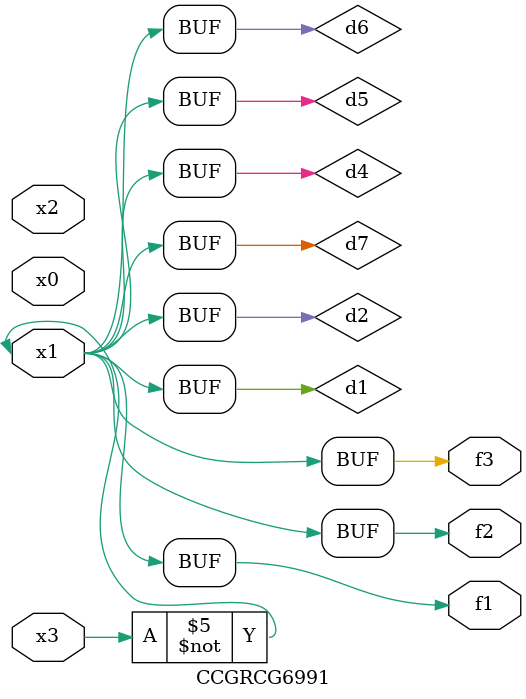
<source format=v>
module CCGRCG6991(
	input x0, x1, x2, x3,
	output f1, f2, f3
);

	wire d1, d2, d3, d4, d5, d6, d7;

	not (d1, x3);
	buf (d2, x1);
	xnor (d3, d1, d2);
	nor (d4, d1);
	buf (d5, d1, d2);
	buf (d6, d4, d5);
	nand (d7, d4);
	assign f1 = d6;
	assign f2 = d7;
	assign f3 = d6;
endmodule

</source>
